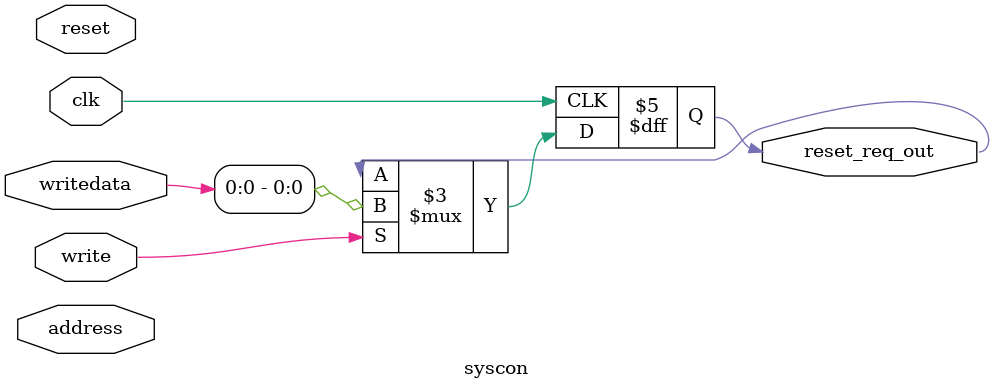
<source format=sv>
module syscon
(
	input clk,
	input reset,
	
	input [0:0]	address,
	input [31:0] writedata,
	input write,
	
	output logic reset_req_out
);

initial reset_req_out = '0;

always_ff @ (posedge clk) begin
	if (write) reset_req_out <= writedata[0];
end


endmodule

</source>
